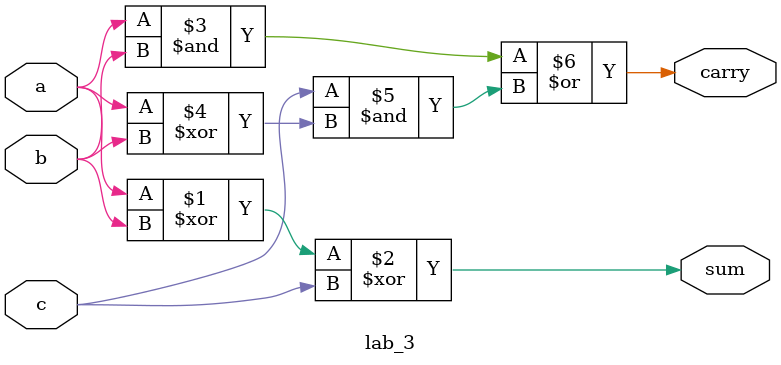
<source format=sv>
module lab_3 (
    input logic a, b, c,
    output logic sum, carry
);
    assign sum  = a ^ b ^ c;  
  assign carry = (a & b) | (c&(a^b));  
endmodule

</source>
